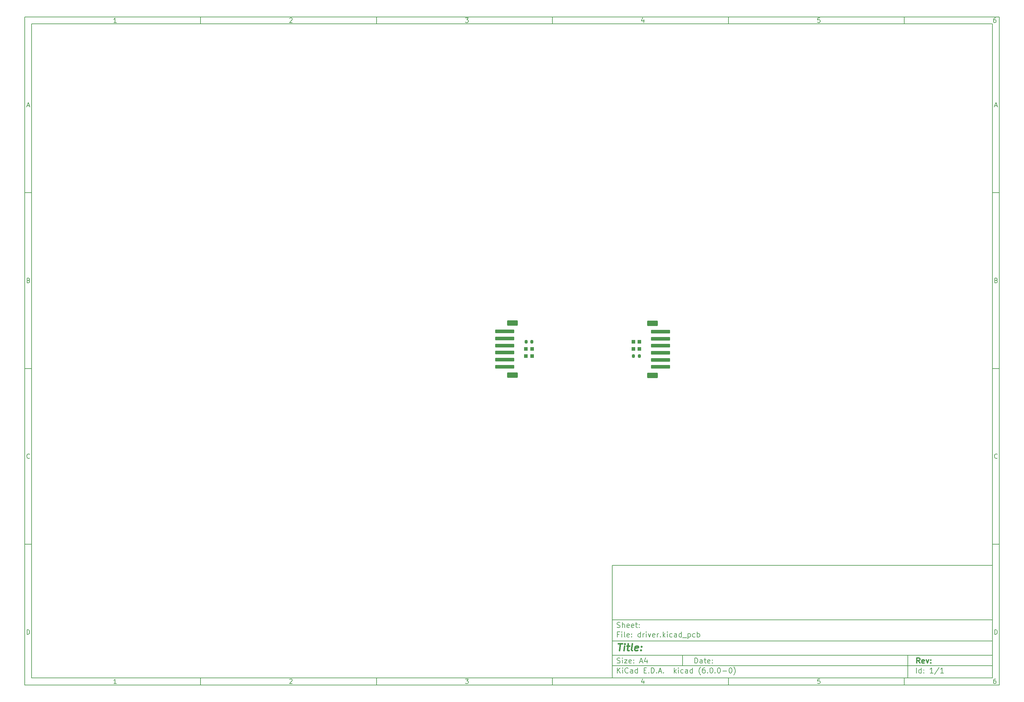
<source format=gbp>
%TF.GenerationSoftware,KiCad,Pcbnew,(6.0.0-0)*%
%TF.CreationDate,2022-05-20T11:27:59+08:00*%
%TF.ProjectId,driver,64726976-6572-42e6-9b69-6361645f7063,rev?*%
%TF.SameCoordinates,Original*%
%TF.FileFunction,Paste,Bot*%
%TF.FilePolarity,Positive*%
%FSLAX46Y46*%
G04 Gerber Fmt 4.6, Leading zero omitted, Abs format (unit mm)*
G04 Created by KiCad (PCBNEW (6.0.0-0)) date 2022-05-20 11:27:59*
%MOMM*%
%LPD*%
G01*
G04 APERTURE LIST*
G04 Aperture macros list*
%AMRoundRect*
0 Rectangle with rounded corners*
0 $1 Rounding radius*
0 $2 $3 $4 $5 $6 $7 $8 $9 X,Y pos of 4 corners*
0 Add a 4 corners polygon primitive as box body*
4,1,4,$2,$3,$4,$5,$6,$7,$8,$9,$2,$3,0*
0 Add four circle primitives for the rounded corners*
1,1,$1+$1,$2,$3*
1,1,$1+$1,$4,$5*
1,1,$1+$1,$6,$7*
1,1,$1+$1,$8,$9*
0 Add four rect primitives between the rounded corners*
20,1,$1+$1,$2,$3,$4,$5,0*
20,1,$1+$1,$4,$5,$6,$7,0*
20,1,$1+$1,$6,$7,$8,$9,0*
20,1,$1+$1,$8,$9,$2,$3,0*%
G04 Aperture macros list end*
%ADD10C,0.100000*%
%ADD11C,0.150000*%
%ADD12C,0.300000*%
%ADD13C,0.400000*%
%ADD14R,0.998220X0.998220*%
%ADD15RoundRect,0.250000X2.500000X-0.250000X2.500000X0.250000X-2.500000X0.250000X-2.500000X-0.250000X0*%
%ADD16RoundRect,0.250000X1.250000X-0.550000X1.250000X0.550000X-1.250000X0.550000X-1.250000X-0.550000X0*%
%ADD17RoundRect,0.250000X-2.500000X0.250000X-2.500000X-0.250000X2.500000X-0.250000X2.500000X0.250000X0*%
%ADD18RoundRect,0.250000X-1.250000X0.550000X-1.250000X-0.550000X1.250000X-0.550000X1.250000X0.550000X0*%
%ADD19RoundRect,0.200000X0.200000X0.275000X-0.200000X0.275000X-0.200000X-0.275000X0.200000X-0.275000X0*%
G04 APERTURE END LIST*
D10*
D11*
X177002200Y-166007200D02*
X177002200Y-198007200D01*
X285002200Y-198007200D01*
X285002200Y-166007200D01*
X177002200Y-166007200D01*
D10*
D11*
X10000000Y-10000000D02*
X10000000Y-200007200D01*
X287002200Y-200007200D01*
X287002200Y-10000000D01*
X10000000Y-10000000D01*
D10*
D11*
X12000000Y-12000000D02*
X12000000Y-198007200D01*
X285002200Y-198007200D01*
X285002200Y-12000000D01*
X12000000Y-12000000D01*
D10*
D11*
X60000000Y-12000000D02*
X60000000Y-10000000D01*
D10*
D11*
X110000000Y-12000000D02*
X110000000Y-10000000D01*
D10*
D11*
X160000000Y-12000000D02*
X160000000Y-10000000D01*
D10*
D11*
X210000000Y-12000000D02*
X210000000Y-10000000D01*
D10*
D11*
X260000000Y-12000000D02*
X260000000Y-10000000D01*
D10*
D11*
X36065476Y-11588095D02*
X35322619Y-11588095D01*
X35694047Y-11588095D02*
X35694047Y-10288095D01*
X35570238Y-10473809D01*
X35446428Y-10597619D01*
X35322619Y-10659523D01*
D10*
D11*
X85322619Y-10411904D02*
X85384523Y-10350000D01*
X85508333Y-10288095D01*
X85817857Y-10288095D01*
X85941666Y-10350000D01*
X86003571Y-10411904D01*
X86065476Y-10535714D01*
X86065476Y-10659523D01*
X86003571Y-10845238D01*
X85260714Y-11588095D01*
X86065476Y-11588095D01*
D10*
D11*
X135260714Y-10288095D02*
X136065476Y-10288095D01*
X135632142Y-10783333D01*
X135817857Y-10783333D01*
X135941666Y-10845238D01*
X136003571Y-10907142D01*
X136065476Y-11030952D01*
X136065476Y-11340476D01*
X136003571Y-11464285D01*
X135941666Y-11526190D01*
X135817857Y-11588095D01*
X135446428Y-11588095D01*
X135322619Y-11526190D01*
X135260714Y-11464285D01*
D10*
D11*
X185941666Y-10721428D02*
X185941666Y-11588095D01*
X185632142Y-10226190D02*
X185322619Y-11154761D01*
X186127380Y-11154761D01*
D10*
D11*
X236003571Y-10288095D02*
X235384523Y-10288095D01*
X235322619Y-10907142D01*
X235384523Y-10845238D01*
X235508333Y-10783333D01*
X235817857Y-10783333D01*
X235941666Y-10845238D01*
X236003571Y-10907142D01*
X236065476Y-11030952D01*
X236065476Y-11340476D01*
X236003571Y-11464285D01*
X235941666Y-11526190D01*
X235817857Y-11588095D01*
X235508333Y-11588095D01*
X235384523Y-11526190D01*
X235322619Y-11464285D01*
D10*
D11*
X285941666Y-10288095D02*
X285694047Y-10288095D01*
X285570238Y-10350000D01*
X285508333Y-10411904D01*
X285384523Y-10597619D01*
X285322619Y-10845238D01*
X285322619Y-11340476D01*
X285384523Y-11464285D01*
X285446428Y-11526190D01*
X285570238Y-11588095D01*
X285817857Y-11588095D01*
X285941666Y-11526190D01*
X286003571Y-11464285D01*
X286065476Y-11340476D01*
X286065476Y-11030952D01*
X286003571Y-10907142D01*
X285941666Y-10845238D01*
X285817857Y-10783333D01*
X285570238Y-10783333D01*
X285446428Y-10845238D01*
X285384523Y-10907142D01*
X285322619Y-11030952D01*
D10*
D11*
X60000000Y-198007200D02*
X60000000Y-200007200D01*
D10*
D11*
X110000000Y-198007200D02*
X110000000Y-200007200D01*
D10*
D11*
X160000000Y-198007200D02*
X160000000Y-200007200D01*
D10*
D11*
X210000000Y-198007200D02*
X210000000Y-200007200D01*
D10*
D11*
X260000000Y-198007200D02*
X260000000Y-200007200D01*
D10*
D11*
X36065476Y-199595295D02*
X35322619Y-199595295D01*
X35694047Y-199595295D02*
X35694047Y-198295295D01*
X35570238Y-198481009D01*
X35446428Y-198604819D01*
X35322619Y-198666723D01*
D10*
D11*
X85322619Y-198419104D02*
X85384523Y-198357200D01*
X85508333Y-198295295D01*
X85817857Y-198295295D01*
X85941666Y-198357200D01*
X86003571Y-198419104D01*
X86065476Y-198542914D01*
X86065476Y-198666723D01*
X86003571Y-198852438D01*
X85260714Y-199595295D01*
X86065476Y-199595295D01*
D10*
D11*
X135260714Y-198295295D02*
X136065476Y-198295295D01*
X135632142Y-198790533D01*
X135817857Y-198790533D01*
X135941666Y-198852438D01*
X136003571Y-198914342D01*
X136065476Y-199038152D01*
X136065476Y-199347676D01*
X136003571Y-199471485D01*
X135941666Y-199533390D01*
X135817857Y-199595295D01*
X135446428Y-199595295D01*
X135322619Y-199533390D01*
X135260714Y-199471485D01*
D10*
D11*
X185941666Y-198728628D02*
X185941666Y-199595295D01*
X185632142Y-198233390D02*
X185322619Y-199161961D01*
X186127380Y-199161961D01*
D10*
D11*
X236003571Y-198295295D02*
X235384523Y-198295295D01*
X235322619Y-198914342D01*
X235384523Y-198852438D01*
X235508333Y-198790533D01*
X235817857Y-198790533D01*
X235941666Y-198852438D01*
X236003571Y-198914342D01*
X236065476Y-199038152D01*
X236065476Y-199347676D01*
X236003571Y-199471485D01*
X235941666Y-199533390D01*
X235817857Y-199595295D01*
X235508333Y-199595295D01*
X235384523Y-199533390D01*
X235322619Y-199471485D01*
D10*
D11*
X285941666Y-198295295D02*
X285694047Y-198295295D01*
X285570238Y-198357200D01*
X285508333Y-198419104D01*
X285384523Y-198604819D01*
X285322619Y-198852438D01*
X285322619Y-199347676D01*
X285384523Y-199471485D01*
X285446428Y-199533390D01*
X285570238Y-199595295D01*
X285817857Y-199595295D01*
X285941666Y-199533390D01*
X286003571Y-199471485D01*
X286065476Y-199347676D01*
X286065476Y-199038152D01*
X286003571Y-198914342D01*
X285941666Y-198852438D01*
X285817857Y-198790533D01*
X285570238Y-198790533D01*
X285446428Y-198852438D01*
X285384523Y-198914342D01*
X285322619Y-199038152D01*
D10*
D11*
X10000000Y-60000000D02*
X12000000Y-60000000D01*
D10*
D11*
X10000000Y-110000000D02*
X12000000Y-110000000D01*
D10*
D11*
X10000000Y-160000000D02*
X12000000Y-160000000D01*
D10*
D11*
X10690476Y-35216666D02*
X11309523Y-35216666D01*
X10566666Y-35588095D02*
X11000000Y-34288095D01*
X11433333Y-35588095D01*
D10*
D11*
X11092857Y-84907142D02*
X11278571Y-84969047D01*
X11340476Y-85030952D01*
X11402380Y-85154761D01*
X11402380Y-85340476D01*
X11340476Y-85464285D01*
X11278571Y-85526190D01*
X11154761Y-85588095D01*
X10659523Y-85588095D01*
X10659523Y-84288095D01*
X11092857Y-84288095D01*
X11216666Y-84350000D01*
X11278571Y-84411904D01*
X11340476Y-84535714D01*
X11340476Y-84659523D01*
X11278571Y-84783333D01*
X11216666Y-84845238D01*
X11092857Y-84907142D01*
X10659523Y-84907142D01*
D10*
D11*
X11402380Y-135464285D02*
X11340476Y-135526190D01*
X11154761Y-135588095D01*
X11030952Y-135588095D01*
X10845238Y-135526190D01*
X10721428Y-135402380D01*
X10659523Y-135278571D01*
X10597619Y-135030952D01*
X10597619Y-134845238D01*
X10659523Y-134597619D01*
X10721428Y-134473809D01*
X10845238Y-134350000D01*
X11030952Y-134288095D01*
X11154761Y-134288095D01*
X11340476Y-134350000D01*
X11402380Y-134411904D01*
D10*
D11*
X10659523Y-185588095D02*
X10659523Y-184288095D01*
X10969047Y-184288095D01*
X11154761Y-184350000D01*
X11278571Y-184473809D01*
X11340476Y-184597619D01*
X11402380Y-184845238D01*
X11402380Y-185030952D01*
X11340476Y-185278571D01*
X11278571Y-185402380D01*
X11154761Y-185526190D01*
X10969047Y-185588095D01*
X10659523Y-185588095D01*
D10*
D11*
X287002200Y-60000000D02*
X285002200Y-60000000D01*
D10*
D11*
X287002200Y-110000000D02*
X285002200Y-110000000D01*
D10*
D11*
X287002200Y-160000000D02*
X285002200Y-160000000D01*
D10*
D11*
X285692676Y-35216666D02*
X286311723Y-35216666D01*
X285568866Y-35588095D02*
X286002200Y-34288095D01*
X286435533Y-35588095D01*
D10*
D11*
X286095057Y-84907142D02*
X286280771Y-84969047D01*
X286342676Y-85030952D01*
X286404580Y-85154761D01*
X286404580Y-85340476D01*
X286342676Y-85464285D01*
X286280771Y-85526190D01*
X286156961Y-85588095D01*
X285661723Y-85588095D01*
X285661723Y-84288095D01*
X286095057Y-84288095D01*
X286218866Y-84350000D01*
X286280771Y-84411904D01*
X286342676Y-84535714D01*
X286342676Y-84659523D01*
X286280771Y-84783333D01*
X286218866Y-84845238D01*
X286095057Y-84907142D01*
X285661723Y-84907142D01*
D10*
D11*
X286404580Y-135464285D02*
X286342676Y-135526190D01*
X286156961Y-135588095D01*
X286033152Y-135588095D01*
X285847438Y-135526190D01*
X285723628Y-135402380D01*
X285661723Y-135278571D01*
X285599819Y-135030952D01*
X285599819Y-134845238D01*
X285661723Y-134597619D01*
X285723628Y-134473809D01*
X285847438Y-134350000D01*
X286033152Y-134288095D01*
X286156961Y-134288095D01*
X286342676Y-134350000D01*
X286404580Y-134411904D01*
D10*
D11*
X285661723Y-185588095D02*
X285661723Y-184288095D01*
X285971247Y-184288095D01*
X286156961Y-184350000D01*
X286280771Y-184473809D01*
X286342676Y-184597619D01*
X286404580Y-184845238D01*
X286404580Y-185030952D01*
X286342676Y-185278571D01*
X286280771Y-185402380D01*
X286156961Y-185526190D01*
X285971247Y-185588095D01*
X285661723Y-185588095D01*
D10*
D11*
X200434342Y-193785771D02*
X200434342Y-192285771D01*
X200791485Y-192285771D01*
X201005771Y-192357200D01*
X201148628Y-192500057D01*
X201220057Y-192642914D01*
X201291485Y-192928628D01*
X201291485Y-193142914D01*
X201220057Y-193428628D01*
X201148628Y-193571485D01*
X201005771Y-193714342D01*
X200791485Y-193785771D01*
X200434342Y-193785771D01*
X202577200Y-193785771D02*
X202577200Y-193000057D01*
X202505771Y-192857200D01*
X202362914Y-192785771D01*
X202077200Y-192785771D01*
X201934342Y-192857200D01*
X202577200Y-193714342D02*
X202434342Y-193785771D01*
X202077200Y-193785771D01*
X201934342Y-193714342D01*
X201862914Y-193571485D01*
X201862914Y-193428628D01*
X201934342Y-193285771D01*
X202077200Y-193214342D01*
X202434342Y-193214342D01*
X202577200Y-193142914D01*
X203077200Y-192785771D02*
X203648628Y-192785771D01*
X203291485Y-192285771D02*
X203291485Y-193571485D01*
X203362914Y-193714342D01*
X203505771Y-193785771D01*
X203648628Y-193785771D01*
X204720057Y-193714342D02*
X204577200Y-193785771D01*
X204291485Y-193785771D01*
X204148628Y-193714342D01*
X204077200Y-193571485D01*
X204077200Y-193000057D01*
X204148628Y-192857200D01*
X204291485Y-192785771D01*
X204577200Y-192785771D01*
X204720057Y-192857200D01*
X204791485Y-193000057D01*
X204791485Y-193142914D01*
X204077200Y-193285771D01*
X205434342Y-193642914D02*
X205505771Y-193714342D01*
X205434342Y-193785771D01*
X205362914Y-193714342D01*
X205434342Y-193642914D01*
X205434342Y-193785771D01*
X205434342Y-192857200D02*
X205505771Y-192928628D01*
X205434342Y-193000057D01*
X205362914Y-192928628D01*
X205434342Y-192857200D01*
X205434342Y-193000057D01*
D10*
D11*
X177002200Y-194507200D02*
X285002200Y-194507200D01*
D10*
D11*
X178434342Y-196585771D02*
X178434342Y-195085771D01*
X179291485Y-196585771D02*
X178648628Y-195728628D01*
X179291485Y-195085771D02*
X178434342Y-195942914D01*
X179934342Y-196585771D02*
X179934342Y-195585771D01*
X179934342Y-195085771D02*
X179862914Y-195157200D01*
X179934342Y-195228628D01*
X180005771Y-195157200D01*
X179934342Y-195085771D01*
X179934342Y-195228628D01*
X181505771Y-196442914D02*
X181434342Y-196514342D01*
X181220057Y-196585771D01*
X181077200Y-196585771D01*
X180862914Y-196514342D01*
X180720057Y-196371485D01*
X180648628Y-196228628D01*
X180577200Y-195942914D01*
X180577200Y-195728628D01*
X180648628Y-195442914D01*
X180720057Y-195300057D01*
X180862914Y-195157200D01*
X181077200Y-195085771D01*
X181220057Y-195085771D01*
X181434342Y-195157200D01*
X181505771Y-195228628D01*
X182791485Y-196585771D02*
X182791485Y-195800057D01*
X182720057Y-195657200D01*
X182577200Y-195585771D01*
X182291485Y-195585771D01*
X182148628Y-195657200D01*
X182791485Y-196514342D02*
X182648628Y-196585771D01*
X182291485Y-196585771D01*
X182148628Y-196514342D01*
X182077200Y-196371485D01*
X182077200Y-196228628D01*
X182148628Y-196085771D01*
X182291485Y-196014342D01*
X182648628Y-196014342D01*
X182791485Y-195942914D01*
X184148628Y-196585771D02*
X184148628Y-195085771D01*
X184148628Y-196514342D02*
X184005771Y-196585771D01*
X183720057Y-196585771D01*
X183577200Y-196514342D01*
X183505771Y-196442914D01*
X183434342Y-196300057D01*
X183434342Y-195871485D01*
X183505771Y-195728628D01*
X183577200Y-195657200D01*
X183720057Y-195585771D01*
X184005771Y-195585771D01*
X184148628Y-195657200D01*
X186005771Y-195800057D02*
X186505771Y-195800057D01*
X186720057Y-196585771D02*
X186005771Y-196585771D01*
X186005771Y-195085771D01*
X186720057Y-195085771D01*
X187362914Y-196442914D02*
X187434342Y-196514342D01*
X187362914Y-196585771D01*
X187291485Y-196514342D01*
X187362914Y-196442914D01*
X187362914Y-196585771D01*
X188077200Y-196585771D02*
X188077200Y-195085771D01*
X188434342Y-195085771D01*
X188648628Y-195157200D01*
X188791485Y-195300057D01*
X188862914Y-195442914D01*
X188934342Y-195728628D01*
X188934342Y-195942914D01*
X188862914Y-196228628D01*
X188791485Y-196371485D01*
X188648628Y-196514342D01*
X188434342Y-196585771D01*
X188077200Y-196585771D01*
X189577200Y-196442914D02*
X189648628Y-196514342D01*
X189577200Y-196585771D01*
X189505771Y-196514342D01*
X189577200Y-196442914D01*
X189577200Y-196585771D01*
X190220057Y-196157200D02*
X190934342Y-196157200D01*
X190077200Y-196585771D02*
X190577200Y-195085771D01*
X191077200Y-196585771D01*
X191577200Y-196442914D02*
X191648628Y-196514342D01*
X191577200Y-196585771D01*
X191505771Y-196514342D01*
X191577200Y-196442914D01*
X191577200Y-196585771D01*
X194577200Y-196585771D02*
X194577200Y-195085771D01*
X194720057Y-196014342D02*
X195148628Y-196585771D01*
X195148628Y-195585771D02*
X194577200Y-196157200D01*
X195791485Y-196585771D02*
X195791485Y-195585771D01*
X195791485Y-195085771D02*
X195720057Y-195157200D01*
X195791485Y-195228628D01*
X195862914Y-195157200D01*
X195791485Y-195085771D01*
X195791485Y-195228628D01*
X197148628Y-196514342D02*
X197005771Y-196585771D01*
X196720057Y-196585771D01*
X196577200Y-196514342D01*
X196505771Y-196442914D01*
X196434342Y-196300057D01*
X196434342Y-195871485D01*
X196505771Y-195728628D01*
X196577200Y-195657200D01*
X196720057Y-195585771D01*
X197005771Y-195585771D01*
X197148628Y-195657200D01*
X198434342Y-196585771D02*
X198434342Y-195800057D01*
X198362914Y-195657200D01*
X198220057Y-195585771D01*
X197934342Y-195585771D01*
X197791485Y-195657200D01*
X198434342Y-196514342D02*
X198291485Y-196585771D01*
X197934342Y-196585771D01*
X197791485Y-196514342D01*
X197720057Y-196371485D01*
X197720057Y-196228628D01*
X197791485Y-196085771D01*
X197934342Y-196014342D01*
X198291485Y-196014342D01*
X198434342Y-195942914D01*
X199791485Y-196585771D02*
X199791485Y-195085771D01*
X199791485Y-196514342D02*
X199648628Y-196585771D01*
X199362914Y-196585771D01*
X199220057Y-196514342D01*
X199148628Y-196442914D01*
X199077200Y-196300057D01*
X199077200Y-195871485D01*
X199148628Y-195728628D01*
X199220057Y-195657200D01*
X199362914Y-195585771D01*
X199648628Y-195585771D01*
X199791485Y-195657200D01*
X202077200Y-197157200D02*
X202005771Y-197085771D01*
X201862914Y-196871485D01*
X201791485Y-196728628D01*
X201720057Y-196514342D01*
X201648628Y-196157200D01*
X201648628Y-195871485D01*
X201720057Y-195514342D01*
X201791485Y-195300057D01*
X201862914Y-195157200D01*
X202005771Y-194942914D01*
X202077200Y-194871485D01*
X203291485Y-195085771D02*
X203005771Y-195085771D01*
X202862914Y-195157200D01*
X202791485Y-195228628D01*
X202648628Y-195442914D01*
X202577200Y-195728628D01*
X202577200Y-196300057D01*
X202648628Y-196442914D01*
X202720057Y-196514342D01*
X202862914Y-196585771D01*
X203148628Y-196585771D01*
X203291485Y-196514342D01*
X203362914Y-196442914D01*
X203434342Y-196300057D01*
X203434342Y-195942914D01*
X203362914Y-195800057D01*
X203291485Y-195728628D01*
X203148628Y-195657200D01*
X202862914Y-195657200D01*
X202720057Y-195728628D01*
X202648628Y-195800057D01*
X202577200Y-195942914D01*
X204077200Y-196442914D02*
X204148628Y-196514342D01*
X204077200Y-196585771D01*
X204005771Y-196514342D01*
X204077200Y-196442914D01*
X204077200Y-196585771D01*
X205077200Y-195085771D02*
X205220057Y-195085771D01*
X205362914Y-195157200D01*
X205434342Y-195228628D01*
X205505771Y-195371485D01*
X205577200Y-195657200D01*
X205577200Y-196014342D01*
X205505771Y-196300057D01*
X205434342Y-196442914D01*
X205362914Y-196514342D01*
X205220057Y-196585771D01*
X205077200Y-196585771D01*
X204934342Y-196514342D01*
X204862914Y-196442914D01*
X204791485Y-196300057D01*
X204720057Y-196014342D01*
X204720057Y-195657200D01*
X204791485Y-195371485D01*
X204862914Y-195228628D01*
X204934342Y-195157200D01*
X205077200Y-195085771D01*
X206220057Y-196442914D02*
X206291485Y-196514342D01*
X206220057Y-196585771D01*
X206148628Y-196514342D01*
X206220057Y-196442914D01*
X206220057Y-196585771D01*
X207220057Y-195085771D02*
X207362914Y-195085771D01*
X207505771Y-195157200D01*
X207577200Y-195228628D01*
X207648628Y-195371485D01*
X207720057Y-195657200D01*
X207720057Y-196014342D01*
X207648628Y-196300057D01*
X207577200Y-196442914D01*
X207505771Y-196514342D01*
X207362914Y-196585771D01*
X207220057Y-196585771D01*
X207077200Y-196514342D01*
X207005771Y-196442914D01*
X206934342Y-196300057D01*
X206862914Y-196014342D01*
X206862914Y-195657200D01*
X206934342Y-195371485D01*
X207005771Y-195228628D01*
X207077200Y-195157200D01*
X207220057Y-195085771D01*
X208362914Y-196014342D02*
X209505771Y-196014342D01*
X210505771Y-195085771D02*
X210648628Y-195085771D01*
X210791485Y-195157200D01*
X210862914Y-195228628D01*
X210934342Y-195371485D01*
X211005771Y-195657200D01*
X211005771Y-196014342D01*
X210934342Y-196300057D01*
X210862914Y-196442914D01*
X210791485Y-196514342D01*
X210648628Y-196585771D01*
X210505771Y-196585771D01*
X210362914Y-196514342D01*
X210291485Y-196442914D01*
X210220057Y-196300057D01*
X210148628Y-196014342D01*
X210148628Y-195657200D01*
X210220057Y-195371485D01*
X210291485Y-195228628D01*
X210362914Y-195157200D01*
X210505771Y-195085771D01*
X211505771Y-197157200D02*
X211577200Y-197085771D01*
X211720057Y-196871485D01*
X211791485Y-196728628D01*
X211862914Y-196514342D01*
X211934342Y-196157200D01*
X211934342Y-195871485D01*
X211862914Y-195514342D01*
X211791485Y-195300057D01*
X211720057Y-195157200D01*
X211577200Y-194942914D01*
X211505771Y-194871485D01*
D10*
D11*
X177002200Y-191507200D02*
X285002200Y-191507200D01*
D10*
D12*
X264411485Y-193785771D02*
X263911485Y-193071485D01*
X263554342Y-193785771D02*
X263554342Y-192285771D01*
X264125771Y-192285771D01*
X264268628Y-192357200D01*
X264340057Y-192428628D01*
X264411485Y-192571485D01*
X264411485Y-192785771D01*
X264340057Y-192928628D01*
X264268628Y-193000057D01*
X264125771Y-193071485D01*
X263554342Y-193071485D01*
X265625771Y-193714342D02*
X265482914Y-193785771D01*
X265197200Y-193785771D01*
X265054342Y-193714342D01*
X264982914Y-193571485D01*
X264982914Y-193000057D01*
X265054342Y-192857200D01*
X265197200Y-192785771D01*
X265482914Y-192785771D01*
X265625771Y-192857200D01*
X265697200Y-193000057D01*
X265697200Y-193142914D01*
X264982914Y-193285771D01*
X266197200Y-192785771D02*
X266554342Y-193785771D01*
X266911485Y-192785771D01*
X267482914Y-193642914D02*
X267554342Y-193714342D01*
X267482914Y-193785771D01*
X267411485Y-193714342D01*
X267482914Y-193642914D01*
X267482914Y-193785771D01*
X267482914Y-192857200D02*
X267554342Y-192928628D01*
X267482914Y-193000057D01*
X267411485Y-192928628D01*
X267482914Y-192857200D01*
X267482914Y-193000057D01*
D10*
D11*
X178362914Y-193714342D02*
X178577200Y-193785771D01*
X178934342Y-193785771D01*
X179077200Y-193714342D01*
X179148628Y-193642914D01*
X179220057Y-193500057D01*
X179220057Y-193357200D01*
X179148628Y-193214342D01*
X179077200Y-193142914D01*
X178934342Y-193071485D01*
X178648628Y-193000057D01*
X178505771Y-192928628D01*
X178434342Y-192857200D01*
X178362914Y-192714342D01*
X178362914Y-192571485D01*
X178434342Y-192428628D01*
X178505771Y-192357200D01*
X178648628Y-192285771D01*
X179005771Y-192285771D01*
X179220057Y-192357200D01*
X179862914Y-193785771D02*
X179862914Y-192785771D01*
X179862914Y-192285771D02*
X179791485Y-192357200D01*
X179862914Y-192428628D01*
X179934342Y-192357200D01*
X179862914Y-192285771D01*
X179862914Y-192428628D01*
X180434342Y-192785771D02*
X181220057Y-192785771D01*
X180434342Y-193785771D01*
X181220057Y-193785771D01*
X182362914Y-193714342D02*
X182220057Y-193785771D01*
X181934342Y-193785771D01*
X181791485Y-193714342D01*
X181720057Y-193571485D01*
X181720057Y-193000057D01*
X181791485Y-192857200D01*
X181934342Y-192785771D01*
X182220057Y-192785771D01*
X182362914Y-192857200D01*
X182434342Y-193000057D01*
X182434342Y-193142914D01*
X181720057Y-193285771D01*
X183077200Y-193642914D02*
X183148628Y-193714342D01*
X183077200Y-193785771D01*
X183005771Y-193714342D01*
X183077200Y-193642914D01*
X183077200Y-193785771D01*
X183077200Y-192857200D02*
X183148628Y-192928628D01*
X183077200Y-193000057D01*
X183005771Y-192928628D01*
X183077200Y-192857200D01*
X183077200Y-193000057D01*
X184862914Y-193357200D02*
X185577200Y-193357200D01*
X184720057Y-193785771D02*
X185220057Y-192285771D01*
X185720057Y-193785771D01*
X186862914Y-192785771D02*
X186862914Y-193785771D01*
X186505771Y-192214342D02*
X186148628Y-193285771D01*
X187077200Y-193285771D01*
D10*
D11*
X263434342Y-196585771D02*
X263434342Y-195085771D01*
X264791485Y-196585771D02*
X264791485Y-195085771D01*
X264791485Y-196514342D02*
X264648628Y-196585771D01*
X264362914Y-196585771D01*
X264220057Y-196514342D01*
X264148628Y-196442914D01*
X264077200Y-196300057D01*
X264077200Y-195871485D01*
X264148628Y-195728628D01*
X264220057Y-195657200D01*
X264362914Y-195585771D01*
X264648628Y-195585771D01*
X264791485Y-195657200D01*
X265505771Y-196442914D02*
X265577200Y-196514342D01*
X265505771Y-196585771D01*
X265434342Y-196514342D01*
X265505771Y-196442914D01*
X265505771Y-196585771D01*
X265505771Y-195657200D02*
X265577200Y-195728628D01*
X265505771Y-195800057D01*
X265434342Y-195728628D01*
X265505771Y-195657200D01*
X265505771Y-195800057D01*
X268148628Y-196585771D02*
X267291485Y-196585771D01*
X267720057Y-196585771D02*
X267720057Y-195085771D01*
X267577200Y-195300057D01*
X267434342Y-195442914D01*
X267291485Y-195514342D01*
X269862914Y-195014342D02*
X268577200Y-196942914D01*
X271148628Y-196585771D02*
X270291485Y-196585771D01*
X270720057Y-196585771D02*
X270720057Y-195085771D01*
X270577200Y-195300057D01*
X270434342Y-195442914D01*
X270291485Y-195514342D01*
D10*
D11*
X177002200Y-187507200D02*
X285002200Y-187507200D01*
D10*
D13*
X178714580Y-188211961D02*
X179857438Y-188211961D01*
X179036009Y-190211961D02*
X179286009Y-188211961D01*
X180274104Y-190211961D02*
X180440771Y-188878628D01*
X180524104Y-188211961D02*
X180416961Y-188307200D01*
X180500295Y-188402438D01*
X180607438Y-188307200D01*
X180524104Y-188211961D01*
X180500295Y-188402438D01*
X181107438Y-188878628D02*
X181869342Y-188878628D01*
X181476485Y-188211961D02*
X181262200Y-189926247D01*
X181333628Y-190116723D01*
X181512200Y-190211961D01*
X181702676Y-190211961D01*
X182655057Y-190211961D02*
X182476485Y-190116723D01*
X182405057Y-189926247D01*
X182619342Y-188211961D01*
X184190771Y-190116723D02*
X183988390Y-190211961D01*
X183607438Y-190211961D01*
X183428866Y-190116723D01*
X183357438Y-189926247D01*
X183452676Y-189164342D01*
X183571723Y-188973866D01*
X183774104Y-188878628D01*
X184155057Y-188878628D01*
X184333628Y-188973866D01*
X184405057Y-189164342D01*
X184381247Y-189354819D01*
X183405057Y-189545295D01*
X185155057Y-190021485D02*
X185238390Y-190116723D01*
X185131247Y-190211961D01*
X185047914Y-190116723D01*
X185155057Y-190021485D01*
X185131247Y-190211961D01*
X185286009Y-188973866D02*
X185369342Y-189069104D01*
X185262200Y-189164342D01*
X185178866Y-189069104D01*
X185286009Y-188973866D01*
X185262200Y-189164342D01*
D10*
D11*
X178934342Y-185600057D02*
X178434342Y-185600057D01*
X178434342Y-186385771D02*
X178434342Y-184885771D01*
X179148628Y-184885771D01*
X179720057Y-186385771D02*
X179720057Y-185385771D01*
X179720057Y-184885771D02*
X179648628Y-184957200D01*
X179720057Y-185028628D01*
X179791485Y-184957200D01*
X179720057Y-184885771D01*
X179720057Y-185028628D01*
X180648628Y-186385771D02*
X180505771Y-186314342D01*
X180434342Y-186171485D01*
X180434342Y-184885771D01*
X181791485Y-186314342D02*
X181648628Y-186385771D01*
X181362914Y-186385771D01*
X181220057Y-186314342D01*
X181148628Y-186171485D01*
X181148628Y-185600057D01*
X181220057Y-185457200D01*
X181362914Y-185385771D01*
X181648628Y-185385771D01*
X181791485Y-185457200D01*
X181862914Y-185600057D01*
X181862914Y-185742914D01*
X181148628Y-185885771D01*
X182505771Y-186242914D02*
X182577200Y-186314342D01*
X182505771Y-186385771D01*
X182434342Y-186314342D01*
X182505771Y-186242914D01*
X182505771Y-186385771D01*
X182505771Y-185457200D02*
X182577200Y-185528628D01*
X182505771Y-185600057D01*
X182434342Y-185528628D01*
X182505771Y-185457200D01*
X182505771Y-185600057D01*
X185005771Y-186385771D02*
X185005771Y-184885771D01*
X185005771Y-186314342D02*
X184862914Y-186385771D01*
X184577200Y-186385771D01*
X184434342Y-186314342D01*
X184362914Y-186242914D01*
X184291485Y-186100057D01*
X184291485Y-185671485D01*
X184362914Y-185528628D01*
X184434342Y-185457200D01*
X184577200Y-185385771D01*
X184862914Y-185385771D01*
X185005771Y-185457200D01*
X185720057Y-186385771D02*
X185720057Y-185385771D01*
X185720057Y-185671485D02*
X185791485Y-185528628D01*
X185862914Y-185457200D01*
X186005771Y-185385771D01*
X186148628Y-185385771D01*
X186648628Y-186385771D02*
X186648628Y-185385771D01*
X186648628Y-184885771D02*
X186577200Y-184957200D01*
X186648628Y-185028628D01*
X186720057Y-184957200D01*
X186648628Y-184885771D01*
X186648628Y-185028628D01*
X187220057Y-185385771D02*
X187577200Y-186385771D01*
X187934342Y-185385771D01*
X189077200Y-186314342D02*
X188934342Y-186385771D01*
X188648628Y-186385771D01*
X188505771Y-186314342D01*
X188434342Y-186171485D01*
X188434342Y-185600057D01*
X188505771Y-185457200D01*
X188648628Y-185385771D01*
X188934342Y-185385771D01*
X189077200Y-185457200D01*
X189148628Y-185600057D01*
X189148628Y-185742914D01*
X188434342Y-185885771D01*
X189791485Y-186385771D02*
X189791485Y-185385771D01*
X189791485Y-185671485D02*
X189862914Y-185528628D01*
X189934342Y-185457200D01*
X190077200Y-185385771D01*
X190220057Y-185385771D01*
X190720057Y-186242914D02*
X190791485Y-186314342D01*
X190720057Y-186385771D01*
X190648628Y-186314342D01*
X190720057Y-186242914D01*
X190720057Y-186385771D01*
X191434342Y-186385771D02*
X191434342Y-184885771D01*
X191577200Y-185814342D02*
X192005771Y-186385771D01*
X192005771Y-185385771D02*
X191434342Y-185957200D01*
X192648628Y-186385771D02*
X192648628Y-185385771D01*
X192648628Y-184885771D02*
X192577200Y-184957200D01*
X192648628Y-185028628D01*
X192720057Y-184957200D01*
X192648628Y-184885771D01*
X192648628Y-185028628D01*
X194005771Y-186314342D02*
X193862914Y-186385771D01*
X193577200Y-186385771D01*
X193434342Y-186314342D01*
X193362914Y-186242914D01*
X193291485Y-186100057D01*
X193291485Y-185671485D01*
X193362914Y-185528628D01*
X193434342Y-185457200D01*
X193577200Y-185385771D01*
X193862914Y-185385771D01*
X194005771Y-185457200D01*
X195291485Y-186385771D02*
X195291485Y-185600057D01*
X195220057Y-185457200D01*
X195077200Y-185385771D01*
X194791485Y-185385771D01*
X194648628Y-185457200D01*
X195291485Y-186314342D02*
X195148628Y-186385771D01*
X194791485Y-186385771D01*
X194648628Y-186314342D01*
X194577200Y-186171485D01*
X194577200Y-186028628D01*
X194648628Y-185885771D01*
X194791485Y-185814342D01*
X195148628Y-185814342D01*
X195291485Y-185742914D01*
X196648628Y-186385771D02*
X196648628Y-184885771D01*
X196648628Y-186314342D02*
X196505771Y-186385771D01*
X196220057Y-186385771D01*
X196077200Y-186314342D01*
X196005771Y-186242914D01*
X195934342Y-186100057D01*
X195934342Y-185671485D01*
X196005771Y-185528628D01*
X196077200Y-185457200D01*
X196220057Y-185385771D01*
X196505771Y-185385771D01*
X196648628Y-185457200D01*
X197005771Y-186528628D02*
X198148628Y-186528628D01*
X198505771Y-185385771D02*
X198505771Y-186885771D01*
X198505771Y-185457200D02*
X198648628Y-185385771D01*
X198934342Y-185385771D01*
X199077200Y-185457200D01*
X199148628Y-185528628D01*
X199220057Y-185671485D01*
X199220057Y-186100057D01*
X199148628Y-186242914D01*
X199077200Y-186314342D01*
X198934342Y-186385771D01*
X198648628Y-186385771D01*
X198505771Y-186314342D01*
X200505771Y-186314342D02*
X200362914Y-186385771D01*
X200077200Y-186385771D01*
X199934342Y-186314342D01*
X199862914Y-186242914D01*
X199791485Y-186100057D01*
X199791485Y-185671485D01*
X199862914Y-185528628D01*
X199934342Y-185457200D01*
X200077200Y-185385771D01*
X200362914Y-185385771D01*
X200505771Y-185457200D01*
X201148628Y-186385771D02*
X201148628Y-184885771D01*
X201148628Y-185457200D02*
X201291485Y-185385771D01*
X201577200Y-185385771D01*
X201720057Y-185457200D01*
X201791485Y-185528628D01*
X201862914Y-185671485D01*
X201862914Y-186100057D01*
X201791485Y-186242914D01*
X201720057Y-186314342D01*
X201577200Y-186385771D01*
X201291485Y-186385771D01*
X201148628Y-186314342D01*
D10*
D11*
X177002200Y-181507200D02*
X285002200Y-181507200D01*
D10*
D11*
X178362914Y-183614342D02*
X178577200Y-183685771D01*
X178934342Y-183685771D01*
X179077200Y-183614342D01*
X179148628Y-183542914D01*
X179220057Y-183400057D01*
X179220057Y-183257200D01*
X179148628Y-183114342D01*
X179077200Y-183042914D01*
X178934342Y-182971485D01*
X178648628Y-182900057D01*
X178505771Y-182828628D01*
X178434342Y-182757200D01*
X178362914Y-182614342D01*
X178362914Y-182471485D01*
X178434342Y-182328628D01*
X178505771Y-182257200D01*
X178648628Y-182185771D01*
X179005771Y-182185771D01*
X179220057Y-182257200D01*
X179862914Y-183685771D02*
X179862914Y-182185771D01*
X180505771Y-183685771D02*
X180505771Y-182900057D01*
X180434342Y-182757200D01*
X180291485Y-182685771D01*
X180077200Y-182685771D01*
X179934342Y-182757200D01*
X179862914Y-182828628D01*
X181791485Y-183614342D02*
X181648628Y-183685771D01*
X181362914Y-183685771D01*
X181220057Y-183614342D01*
X181148628Y-183471485D01*
X181148628Y-182900057D01*
X181220057Y-182757200D01*
X181362914Y-182685771D01*
X181648628Y-182685771D01*
X181791485Y-182757200D01*
X181862914Y-182900057D01*
X181862914Y-183042914D01*
X181148628Y-183185771D01*
X183077200Y-183614342D02*
X182934342Y-183685771D01*
X182648628Y-183685771D01*
X182505771Y-183614342D01*
X182434342Y-183471485D01*
X182434342Y-182900057D01*
X182505771Y-182757200D01*
X182648628Y-182685771D01*
X182934342Y-182685771D01*
X183077200Y-182757200D01*
X183148628Y-182900057D01*
X183148628Y-183042914D01*
X182434342Y-183185771D01*
X183577200Y-182685771D02*
X184148628Y-182685771D01*
X183791485Y-182185771D02*
X183791485Y-183471485D01*
X183862914Y-183614342D01*
X184005771Y-183685771D01*
X184148628Y-183685771D01*
X184648628Y-183542914D02*
X184720057Y-183614342D01*
X184648628Y-183685771D01*
X184577200Y-183614342D01*
X184648628Y-183542914D01*
X184648628Y-183685771D01*
X184648628Y-182757200D02*
X184720057Y-182828628D01*
X184648628Y-182900057D01*
X184577200Y-182828628D01*
X184648628Y-182757200D01*
X184648628Y-182900057D01*
D10*
D12*
D10*
D11*
D10*
D11*
D10*
D11*
D10*
D11*
D10*
D11*
X197002200Y-191507200D02*
X197002200Y-194507200D01*
D10*
D11*
X261002200Y-191507200D02*
X261002200Y-198007200D01*
D14*
%TO.C,M1D2*%
X154178000Y-104394000D03*
X152425400Y-104394000D03*
%TD*%
%TO.C,M2D2*%
X184709300Y-104394000D03*
X182956700Y-104394000D03*
%TD*%
D15*
%TO.C,M1J1*%
X146396346Y-109465200D03*
X146396346Y-107465200D03*
X146396346Y-105465200D03*
X146396346Y-103465200D03*
X146396346Y-101465200D03*
X146396346Y-99465200D03*
D16*
X148646346Y-97065200D03*
X148646346Y-111865200D03*
%TD*%
D14*
%TO.C,M1D1*%
X152425400Y-106426000D03*
X154178000Y-106426000D03*
%TD*%
%TO.C,M2D1*%
X182956700Y-102362000D03*
X184709300Y-102362000D03*
%TD*%
D17*
%TO.C,M2J1*%
X190700000Y-99526400D03*
X190700000Y-101526400D03*
X190700000Y-103526400D03*
X190700000Y-105526400D03*
X190700000Y-107526400D03*
X190700000Y-109526400D03*
D18*
X188450000Y-111926400D03*
X188450000Y-97126400D03*
%TD*%
D19*
%TO.C,M1R0*%
X154126700Y-102362000D03*
X152476700Y-102362000D03*
%TD*%
%TO.C,M2R0*%
X184658000Y-106426000D03*
X183008000Y-106426000D03*
%TD*%
M02*

</source>
